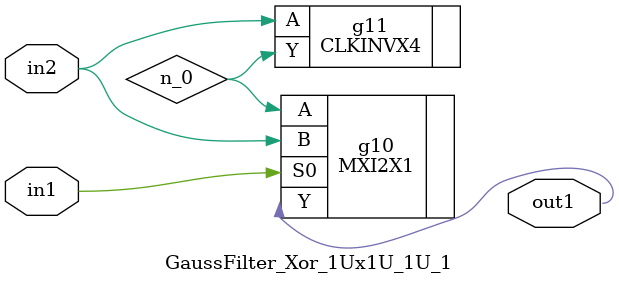
<source format=v>
`timescale 1ps / 1ps


module GaussFilter_Xor_1Ux1U_1U_1(in2, in1, out1);
  input in2, in1;
  output out1;
  wire in2, in1;
  wire out1;
  wire n_0;
  MXI2X1 g10(.A (n_0), .B (in2), .S0 (in1), .Y (out1));
  CLKINVX4 g11(.A (in2), .Y (n_0));
endmodule



</source>
